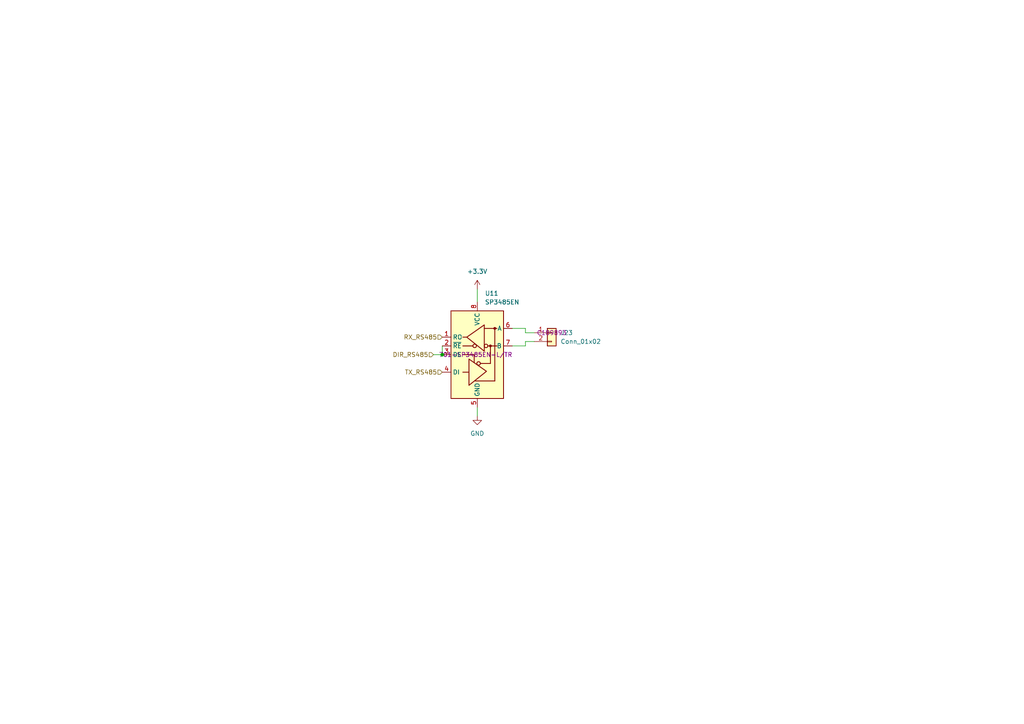
<source format=kicad_sch>
(kicad_sch (version 20250114) (generator "eeschema") (generator_version "9.0")
  (paper "A4")
  (lib_symbols
    (symbol "Connector_Generic:Conn_01x02" (pin_names (offset 1.016) (hide yes))
      (property "Reference" "J" (at 0 2.54 0))
      (property "Value" "Conn_01x02" (at 0 -5.08 0))
      (symbol "Conn_01x02_1_1"
        (rectangle (start -1.27 1.27) (end 1.27 -3.81) (stroke (width 0.254)) (fill (type background)))
        (rectangle (start -1.27 0.127) (end 0 -0.127) (stroke (width 0.1524)))
        (rectangle (start -1.27 -2.413) (end 0 -2.667) (stroke (width 0.1524)))
        (pin passive line (at -5.08 0 0) (length 3.81) (name "Pin_1") (number "1"))
        (pin passive line (at -5.08 -2.54 0) (length 3.81) (name "Pin_2") (number "2"))
      )
    )
    (symbol "Interface_UART:SP3485EN"
      (property "Reference" "U" (at -7.62 13.97 0))
      (property "Value" "SP3485EN" (at 1.905 13.97 0))
      (symbol "SP3485EN_0_1"
        (rectangle (start -7.62 12.7) (end 7.62 -12.7) (stroke (width 0.254)) (fill (type background)))
        (polyline (pts (xy -4.191 2.54) (xy -1.27 2.54)) (stroke (width 0.254)))
        (polyline (pts (xy -4.191 0) (xy -0.889 0) (xy -0.889 -2.286)) (stroke (width 0.254)))
        (polyline (pts (xy -3.175 5.08) (xy -4.191 5.08) (xy -4.064 5.08)) (stroke (width 0.254)))
        (polyline (pts (xy -2.54 -5.08) (xy -4.191 -5.08)) (stroke (width 0.254)))
        (polyline (pts (xy -2.413 -5.08) (xy -2.413 -1.27) (xy 2.667 -4.826) (xy -2.413 -8.89) (xy -2.413 -5.08)) (stroke (width 0.254)))
        (polyline (pts (xy -0.635 -7.62) (xy 5.08 -7.62)) (stroke (width 0.254)))
        (circle (center 0.381 -2.54) (radius 0.508) (stroke (width 0.254)))
        (polyline (pts (xy 0.889 -2.54) (xy 3.81 -2.54)) (stroke (width 0.254)))
        (polyline (pts (xy 2.032 7.62) (xy 5.715 7.62)) (stroke (width 0.254)))
        (polyline (pts (xy 3.048 2.54) (xy 5.715 2.54)) (stroke (width 0.254)))
        (circle (center 3.81 2.54) (radius 0.2794) (stroke (width 0.254)) (fill (type outline)))
        (polyline (pts (xy 3.81 -2.54) (xy 3.81 2.54)) (stroke (width 0.254)))
        (polyline (pts (xy 5.08 -7.62) (xy 5.08 7.62)) (stroke (width 0.254)))
      )
      (symbol "SP3485EN_1_1"
        (circle (center -0.762 2.54) (radius 0.508) (stroke (width 0.254)))
        (polyline (pts (xy 2.032 4.826) (xy 2.032 8.636) (xy -3.048 5.08) (xy 2.032 1.016) (xy 2.032 4.826)) (stroke (width 0.254)))
        (circle (center 2.54 2.54) (radius 0.508) (stroke (width 0.254)))
        (circle (center 5.08 7.62) (radius 0.2794) (stroke (width 0.254)) (fill (type outline)))
        (pin output line (at -10.16 5.08 0) (length 2.54) (name "RO") (number "1"))
        (pin input line (at -10.16 2.54 0) (length 2.54) (name "~{RE}") (number "2"))
        (pin input line (at -10.16 0 0) (length 2.54) (name "DE") (number "3"))
        (pin input line (at -10.16 -5.08 0) (length 2.54) (name "DI") (number "4"))
        (pin power_in line (at 0 15.24 270) (length 2.54) (name "VCC") (number "8"))
        (pin power_in line (at 0 -15.24 90) (length 2.54) (name "GND") (number "5"))
        (pin bidirectional line (at 10.16 7.62 180) (length 2.54) (name "A") (number "6"))
        (pin bidirectional line (at 10.16 2.54 180) (length 2.54) (name "B") (number "7"))
      )
    )
    (symbol "power:+3.3V" (power) (pin_numbers (hide yes)) (pin_names (offset 0) (hide yes))
      (property "Value" "+3.3V" (at 0 3.556 0))
      (symbol "+3.3V_0_1"
        (polyline (pts (xy -0.762 1.27) (xy 0 2.54)))
        (polyline (pts (xy 0 2.54) (xy 0.762 1.27)))
        (polyline (pts (xy 0 0) (xy 0 2.54)))
      )
      (symbol "+3.3V_1_1"
        (pin power_in line (at 0 0 90) (length 0) (name "~") (number "1"))
      )
    )
    (symbol "power:GND" (power) (pin_numbers (hide yes)) (pin_names (offset 0) (hide yes))
      (property "Value" "GND" (at 0 -3.81 0))
      (symbol "GND_0_1"
        (polyline (pts (xy 0 0) (xy 0 -1.27) (xy 1.27 -1.27) (xy 0 -2.54) (xy -1.27 -1.27) (xy 0 -1.27)))
      )
      (symbol "GND_1_1"
        (pin power_in line (at 0 0 270) (length 0) (name "~") (number "1"))
      )
    )
  )
  (junction (at 128.27 102.87))
  (wire (pts (xy 148.59 95.25) (xy 152.4 95.25)))
  (wire (pts (xy 152.4 96.52) (xy 154.94 96.52)))
  (wire (pts (xy 148.59 100.33) (xy 152.4 100.33)))
  (wire (pts (xy 128.27 100.33) (xy 128.27 102.87)))
  (wire (pts (xy 152.4 99.06) (xy 154.94 99.06)))
  (wire (pts (xy 125.73 102.87) (xy 128.27 102.87)))
  (wire (pts (xy 138.43 83.82) (xy 138.43 87.63)))
  (wire (pts (xy 138.43 118.11) (xy 138.43 120.65)))
  (wire (pts (xy 152.4 100.33) (xy 152.4 99.06)))
  (wire (pts (xy 152.4 95.25) (xy 152.4 96.52)))
  (hierarchical_label "RX_RS485" (shape input) (at 128.27 97.79 180))
  (hierarchical_label "DIR_RS485" (shape input) (at 125.73 102.87 180))
  (hierarchical_label "TX_RS485" (shape input) (at 128.27 107.95 180))
  (symbol (lib_id "Connector_Generic:Conn_01x02") (at 160.02 96.52 0) (unit 1)
    (property "Reference" "J23" (at 162.56 96.5199 0) (effects (justify left)))
    (property "Value" "Conn_01x02" (at 162.56 99.0599 0) (effects (justify left)))
    (property "Footprint" "SM02B-GHS:CONN_SM02B-GHS_JST" (effects (hide yes)))
    (property "Description" "Generic connector, single row, 01x02, script generated (kicad-library-utils/schlib/autogen/connector/)" (effects (hide yes)))
    (property "JLC#" "C189893" (at 160.02 96.52 0))
  )
  (symbol (lib_id "power:+3.3V") (at 138.43 83.82 0) (unit 1)
    (property "Reference" "#PWR095" (effects (hide yes)))
    (property "Value" "+3.3V" (at 138.43 78.74 0))
    (property "Description" "Power symbol creates a global label with name \"+3.3V\"" (effects (hide yes)))
  )
  (symbol (lib_id "power:GND") (at 138.43 120.65 0) (unit 1)
    (property "Reference" "#PWR096" (effects (hide yes)))
    (property "Value" "GND" (at 138.43 125.73 0))
    (property "Description" "Power symbol creates a global label with name \"GND\" , ground" (effects (hide yes)))
  )
  (symbol (lib_id "Interface_UART:SP3485EN") (at 138.43 102.87 0) (unit 1)
    (property "Reference" "U11" (at 140.6241 85.09 0) (effects (justify left)))
    (property "Value" "SP3485EN" (at 140.6241 87.63 0) (effects (justify left)))
    (property "Footprint" "Package_SO:SOIC-8_3.9x4.9mm_P1.27mm" (effects (hide yes)))
    (property "Datasheet" "http://www.icbase.com/pdf/SPX/SPX00480106.pdf" (effects (hide yes)))
    (property "Description" "Industrial 3.3V Low Power Half-Duplex RS-485 Transceiver 10Mbps, SOIC-8" (effects (hide yes)))
    (property "JLC#" "C8963" (effects (hide yes)))
    (property "Mouser Part Number " "701-SP3485EN-L/TR " (at 138.43 102.87 0))
  )
)
</source>
